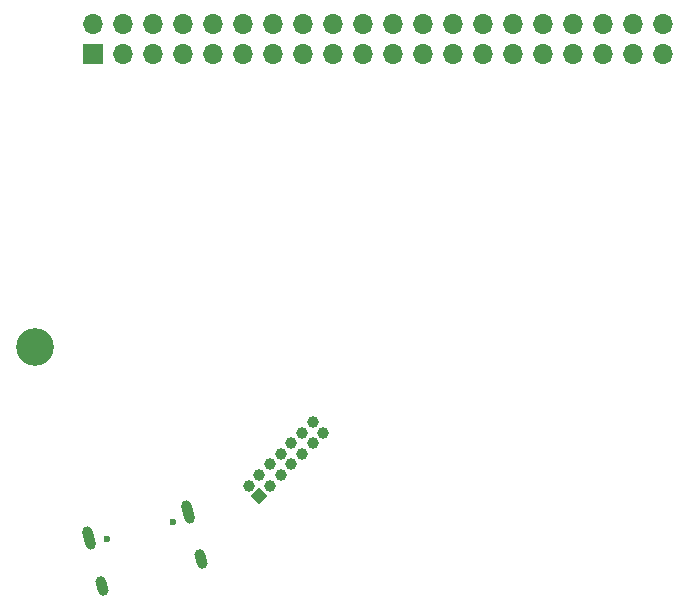
<source format=gbr>
%TF.GenerationSoftware,KiCad,Pcbnew,8.0.0*%
%TF.CreationDate,2024-03-25T03:31:52+00:00*%
%TF.ProjectId,main_PCB_v2,6d61696e-5f50-4434-925f-76322e6b6963,rev?*%
%TF.SameCoordinates,Original*%
%TF.FileFunction,Soldermask,Bot*%
%TF.FilePolarity,Negative*%
%FSLAX46Y46*%
G04 Gerber Fmt 4.6, Leading zero omitted, Abs format (unit mm)*
G04 Created by KiCad (PCBNEW 8.0.0) date 2024-03-25 03:31:52*
%MOMM*%
%LPD*%
G01*
G04 APERTURE LIST*
G04 Aperture macros list*
%AMHorizOval*
0 Thick line with rounded ends*
0 $1 width*
0 $2 $3 position (X,Y) of the first rounded end (center of the circle)*
0 $4 $5 position (X,Y) of the second rounded end (center of the circle)*
0 Add line between two ends*
20,1,$1,$2,$3,$4,$5,0*
0 Add two circle primitives to create the rounded ends*
1,1,$1,$2,$3*
1,1,$1,$4,$5*%
%AMRotRect*
0 Rectangle, with rotation*
0 The origin of the aperture is its center*
0 $1 length*
0 $2 width*
0 $3 Rotation angle, in degrees counterclockwise*
0 Add horizontal line*
21,1,$1,$2,0,0,$3*%
G04 Aperture macros list end*
%ADD10C,3.200000*%
%ADD11C,0.600000*%
%ADD12HorizOval,0.900000X-0.142350X0.531259X0.142350X-0.531259X0*%
%ADD13HorizOval,0.900000X-0.103528X0.386370X0.103528X-0.386370X0*%
%ADD14R,1.700000X1.700000*%
%ADD15O,1.700000X1.700000*%
%ADD16RotRect,1.000000X1.000000X135.000000*%
%ADD17HorizOval,1.000000X0.000000X0.000000X0.000000X0.000000X0*%
G04 APERTURE END LIST*
D10*
%TO.C,OL101*%
X135156269Y-107354968D03*
%TD*%
D11*
%TO.C,J108*%
X141256020Y-123593380D03*
X146839072Y-122097406D03*
D12*
X139743095Y-123491482D03*
X148098354Y-121252697D03*
D13*
X140822371Y-127519392D03*
X149177629Y-125280608D03*
%TD*%
D14*
%TO.C,J112*%
X140000001Y-82540001D03*
D15*
X140000001Y-80000001D03*
X142540001Y-82540001D03*
X142540001Y-80000001D03*
X145080001Y-82540001D03*
X145080001Y-80000001D03*
X147620001Y-82540001D03*
X147620001Y-80000002D03*
X150160000Y-82540001D03*
X150160001Y-80000001D03*
X152700001Y-82540001D03*
X152700001Y-80000001D03*
X155240001Y-82540001D03*
X155240001Y-80000001D03*
X157780001Y-82540001D03*
X157780001Y-80000001D03*
X160320001Y-82540001D03*
X160320001Y-80000001D03*
X162860001Y-82540001D03*
X162860001Y-80000001D03*
X165400001Y-82540001D03*
X165400001Y-80000001D03*
X167940001Y-82540001D03*
X167940001Y-80000001D03*
X170480001Y-82540001D03*
X170480001Y-80000001D03*
X173020001Y-82540001D03*
X173020001Y-80000001D03*
X175560001Y-82540001D03*
X175560001Y-80000001D03*
X178100001Y-82540001D03*
X178100001Y-80000001D03*
X180640001Y-82540001D03*
X180640001Y-80000001D03*
X183180001Y-82540001D03*
X183180001Y-80000001D03*
X185720001Y-82540001D03*
X185720001Y-80000001D03*
X188260001Y-82540001D03*
X188260001Y-80000001D03*
%TD*%
D16*
%TO.C,J110*%
X154137258Y-119946625D03*
D17*
X153239232Y-119048599D03*
X155035284Y-119048599D03*
X154137258Y-118150574D03*
X155933309Y-118150574D03*
X155035284Y-117252548D03*
X156831335Y-117252548D03*
X155933309Y-116354523D03*
X157729360Y-116354523D03*
X156831335Y-115456497D03*
X158627386Y-115456497D03*
X157729360Y-114558471D03*
X159525412Y-114558471D03*
X158627386Y-113660446D03*
%TD*%
M02*

</source>
